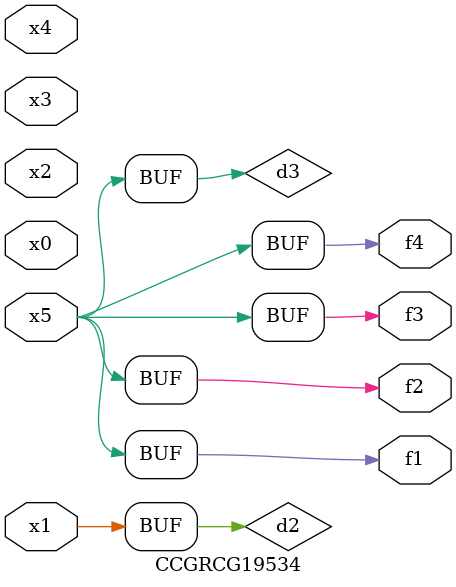
<source format=v>
module CCGRCG19534(
	input x0, x1, x2, x3, x4, x5,
	output f1, f2, f3, f4
);

	wire d1, d2, d3;

	not (d1, x5);
	or (d2, x1);
	xnor (d3, d1);
	assign f1 = d3;
	assign f2 = d3;
	assign f3 = d3;
	assign f4 = d3;
endmodule

</source>
